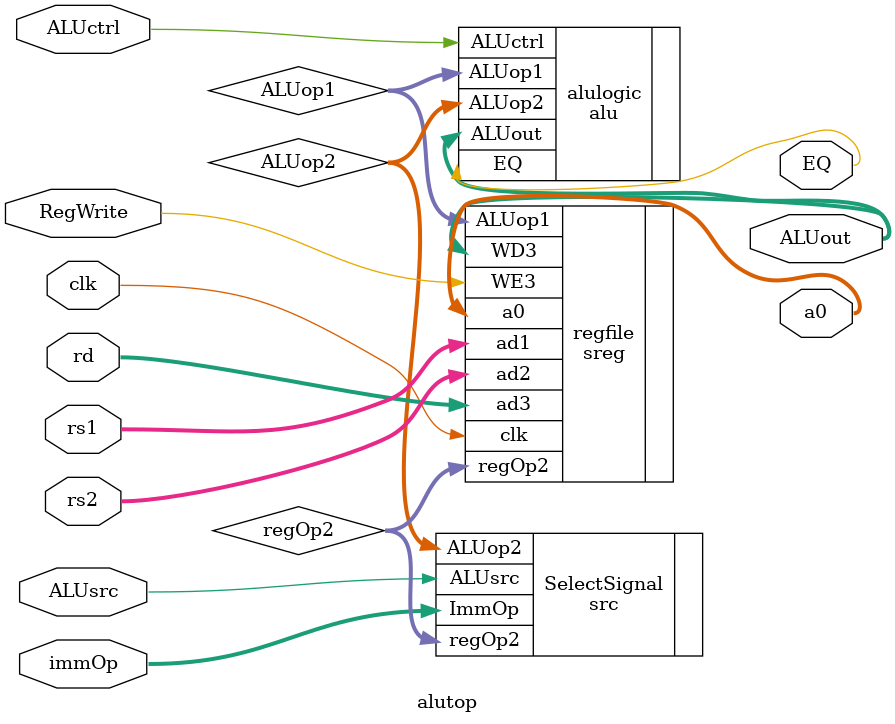
<source format=sv>
module alutop#(
    parameter ADDRESS_WIDTH=5,
              DATA_WIDTH=32
)(

    input logic clk,
    input logic RegWrite,
    input logic ALUsrc,
    input logic ALUctrl,
    input logic[DATA_WIDTH-1:0] immOp,
    
    input logic [ADDRESS_WIDTH-1:0] rs1,
    input logic [ADDRESS_WIDTH-1:0] rs2,
    input logic [ADDRESS_WIDTH-1:0] rd,
    output logic [ADDRESS_WIDTH-1:0]a0,
    output logic[DATA_WIDTH -1:0] ALUout,
    output logic EQ
);
logic[DATA_WIDTH-1:0] ALUop1;
logic[DATA_WIDTH-1:0] regOp2;
logic[DATA_WIDTH-1:0] ALUop2;

alu alulogic(
    .ALUop1(ALUop1),
    .ALUop2(ALUop2),
    .ALUout(ALUout),
    .ALUctrl(ALUctrl),
    .EQ(EQ)

);

src SelectSignal(
    .regOp2(regOp2),
    .ImmOp(immOp),
    .ALUsrc(ALUsrc),
    .ALUop2(ALUop2)
);

sreg regfile(
    .clk(clk),//after dot is internal signal, inside brackets external signal
    .ad1(rs1),
    .ad2(rs2),
    .ad3(rd),
    .WE3(RegWrite),
    .WD3(ALUout),
    .ALUop1(ALUop1),
    .regOp2(regOp2),
    .a0(a0)

);


endmodule


</source>
